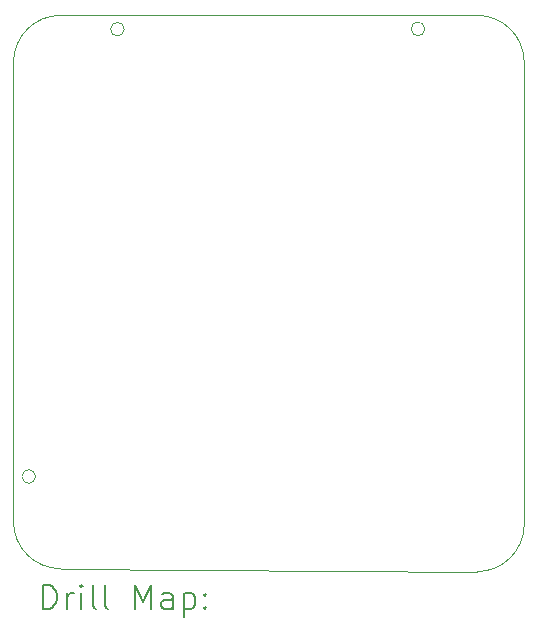
<source format=gbr>
%TF.GenerationSoftware,KiCad,Pcbnew,(6.0.10)*%
%TF.CreationDate,2023-07-07T16:54:31+02:00*%
%TF.ProjectId,SprinklerBoardESP32V3,53707269-6e6b-46c6-9572-426f61726445,rev?*%
%TF.SameCoordinates,Original*%
%TF.FileFunction,Drillmap*%
%TF.FilePolarity,Positive*%
%FSLAX45Y45*%
G04 Gerber Fmt 4.5, Leading zero omitted, Abs format (unit mm)*
G04 Created by KiCad (PCBNEW (6.0.10)) date 2023-07-07 16:54:31*
%MOMM*%
%LPD*%
G01*
G04 APERTURE LIST*
%ADD10C,0.100000*%
%ADD11C,0.200000*%
G04 APERTURE END LIST*
D10*
X11024594Y-13010002D02*
G75*
G03*
X11424594Y-12610002I12J399988D01*
G01*
X11425000Y-8700000D02*
G75*
G03*
X11025000Y-8300000I-400000J0D01*
G01*
X7500000Y-8300000D02*
X11025000Y-8300000D01*
X8037600Y-8417600D02*
G75*
G03*
X8037600Y-8417600I-57600J0D01*
G01*
X7500000Y-8300000D02*
G75*
G03*
X7100000Y-8700000I0J-400000D01*
G01*
X7287600Y-12205000D02*
G75*
G03*
X7287600Y-12205000I-57600J0D01*
G01*
X7099598Y-12585002D02*
G75*
G03*
X7499594Y-12985002I400002J2D01*
G01*
X11424594Y-12610002D02*
X11425000Y-8700000D01*
X11024594Y-13010002D02*
X7499594Y-12985002D01*
X10582600Y-8415000D02*
G75*
G03*
X10582600Y-8415000I-57600J0D01*
G01*
X7100000Y-8700000D02*
X7099594Y-12585002D01*
D11*
X7352213Y-13325478D02*
X7352213Y-13125478D01*
X7399832Y-13125478D01*
X7428404Y-13135002D01*
X7447451Y-13154049D01*
X7456975Y-13173097D01*
X7466499Y-13211192D01*
X7466499Y-13239763D01*
X7456975Y-13277859D01*
X7447451Y-13296906D01*
X7428404Y-13315954D01*
X7399832Y-13325478D01*
X7352213Y-13325478D01*
X7552213Y-13325478D02*
X7552213Y-13192144D01*
X7552213Y-13230240D02*
X7561737Y-13211192D01*
X7571261Y-13201668D01*
X7590308Y-13192144D01*
X7609356Y-13192144D01*
X7676023Y-13325478D02*
X7676023Y-13192144D01*
X7676023Y-13125478D02*
X7666499Y-13135002D01*
X7676023Y-13144525D01*
X7685546Y-13135002D01*
X7676023Y-13125478D01*
X7676023Y-13144525D01*
X7799832Y-13325478D02*
X7780785Y-13315954D01*
X7771261Y-13296906D01*
X7771261Y-13125478D01*
X7904594Y-13325478D02*
X7885546Y-13315954D01*
X7876023Y-13296906D01*
X7876023Y-13125478D01*
X8133166Y-13325478D02*
X8133166Y-13125478D01*
X8199832Y-13268335D01*
X8266499Y-13125478D01*
X8266499Y-13325478D01*
X8447451Y-13325478D02*
X8447451Y-13220716D01*
X8437928Y-13201668D01*
X8418880Y-13192144D01*
X8380785Y-13192144D01*
X8361737Y-13201668D01*
X8447451Y-13315954D02*
X8428404Y-13325478D01*
X8380785Y-13325478D01*
X8361737Y-13315954D01*
X8352213Y-13296906D01*
X8352213Y-13277859D01*
X8361737Y-13258811D01*
X8380785Y-13249287D01*
X8428404Y-13249287D01*
X8447451Y-13239763D01*
X8542689Y-13192144D02*
X8542689Y-13392144D01*
X8542689Y-13201668D02*
X8561737Y-13192144D01*
X8599832Y-13192144D01*
X8618880Y-13201668D01*
X8628404Y-13211192D01*
X8637928Y-13230240D01*
X8637928Y-13287382D01*
X8628404Y-13306430D01*
X8618880Y-13315954D01*
X8599832Y-13325478D01*
X8561737Y-13325478D01*
X8542689Y-13315954D01*
X8723642Y-13306430D02*
X8733166Y-13315954D01*
X8723642Y-13325478D01*
X8714118Y-13315954D01*
X8723642Y-13306430D01*
X8723642Y-13325478D01*
X8723642Y-13201668D02*
X8733166Y-13211192D01*
X8723642Y-13220716D01*
X8714118Y-13211192D01*
X8723642Y-13201668D01*
X8723642Y-13220716D01*
M02*

</source>
